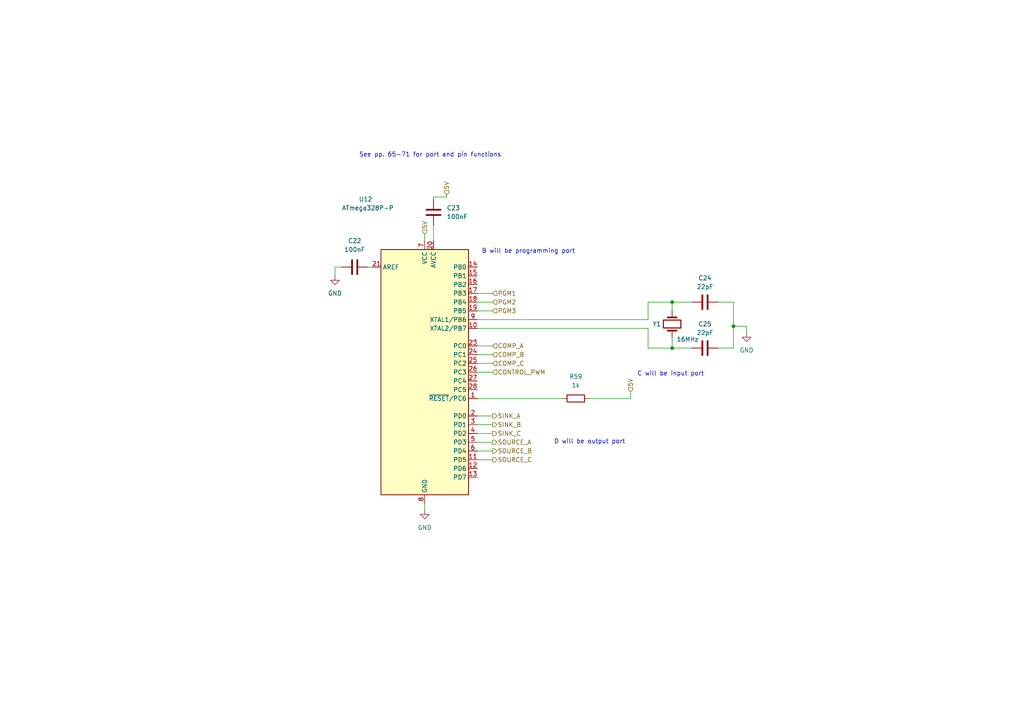
<source format=kicad_sch>
(kicad_sch (version 20230121) (generator eeschema)
  (paper "A4")
  (lib_symbols
    (symbol "Device:C" (pin_numbers hide) (pin_names (offset 0.254))
      (property "Reference" "C" (at 0.635 2.54 0))
      (property "Value" "C" (at 0.635 -2.54 0))
      (symbol "C_0_1"
        (polyline (pts (xy -2.032 -0.762) (xy 2.032 -0.762)) (stroke (width 0.508)))
        (polyline (pts (xy -2.032 0.762) (xy 2.032 0.762)) (stroke (width 0.508)))
      )
      (symbol "C_1_1"
        (pin passive line (at 0 3.81 270) (length 2.794) (name "~") (number "1"))
        (pin passive line (at 0 -3.81 90) (length 2.794) (name "~") (number "2"))
      )
    )
    (symbol "Device:Crystal" (pin_numbers hide) (pin_names (offset 1.016) hide)
      (property "Reference" "Y" (at 0 3.81 0))
      (property "Value" "Crystal" (at 0 -3.81 0))
      (symbol "Crystal_0_1"
        (rectangle (start -1.143 2.54) (end 1.143 -2.54) (stroke (width 0.3048)))
        (polyline (pts (xy -2.54 0) (xy -1.905 0)))
        (polyline (pts (xy -1.905 -1.27) (xy -1.905 1.27)) (stroke (width 0.508)))
        (polyline (pts (xy 1.905 -1.27) (xy 1.905 1.27)) (stroke (width 0.508)))
        (polyline (pts (xy 2.54 0) (xy 1.905 0)))
      )
      (symbol "Crystal_1_1"
        (pin passive line (at -3.81 0 0) (length 1.27) (name "1") (number "1"))
        (pin passive line (at 3.81 0 180) (length 1.27) (name "2") (number "2"))
      )
    )
    (symbol "Device:R" (pin_numbers hide) (pin_names (offset 0))
      (property "Reference" "R" (at 2.032 0 90))
      (property "Value" "R" (at 0 0 90))
      (symbol "R_0_1"
        (rectangle (start -1.016 -2.54) (end 1.016 2.54) (stroke (width 0.254)))
      )
      (symbol "R_1_1"
        (pin passive line (at 0 3.81 270) (length 1.27) (name "~") (number "1"))
        (pin passive line (at 0 -3.81 90) (length 1.27) (name "~") (number "2"))
      )
    )
    (symbol "MCU_Microchip_ATmega:ATmega328P-P"
      (property "Reference" "U" (at -12.7 36.83 0))
      (property "Value" "ATmega328P-P" (at 2.54 -36.83 0))
      (symbol "ATmega328P-P_0_1"
        (rectangle (start -12.7 -35.56) (end 12.7 35.56) (stroke (width 0.254)) (fill (type background)))
      )
      (symbol "ATmega328P-P_1_1"
        (pin bidirectional line (at 15.24 -7.62 180) (length 2.54) (name "~{RESET}/PC6") (number "1"))
        (pin bidirectional line (at 15.24 12.7 180) (length 2.54) (name "XTAL2/PB7") (number "10"))
        (pin bidirectional line (at 15.24 -25.4 180) (length 2.54) (name "PD5") (number "11"))
        (pin bidirectional line (at 15.24 -27.94 180) (length 2.54) (name "PD6") (number "12"))
        (pin bidirectional line (at 15.24 -30.48 180) (length 2.54) (name "PD7") (number "13"))
        (pin bidirectional line (at 15.24 30.48 180) (length 2.54) (name "PB0") (number "14"))
        (pin bidirectional line (at 15.24 27.94 180) (length 2.54) (name "PB1") (number "15"))
        (pin bidirectional line (at 15.24 25.4 180) (length 2.54) (name "PB2") (number "16"))
        (pin bidirectional line (at 15.24 22.86 180) (length 2.54) (name "PB3") (number "17"))
        (pin bidirectional line (at 15.24 20.32 180) (length 2.54) (name "PB4") (number "18"))
        (pin bidirectional line (at 15.24 17.78 180) (length 2.54) (name "PB5") (number "19"))
        (pin bidirectional line (at 15.24 -12.7 180) (length 2.54) (name "PD0") (number "2"))
        (pin power_in line (at 2.54 38.1 270) (length 2.54) (name "AVCC") (number "20"))
        (pin passive line (at -15.24 30.48 0) (length 2.54) (name "AREF") (number "21"))
        (pin passive line (at 0 -38.1 90) (length 2.54) hide (name "GND") (number "22"))
        (pin bidirectional line (at 15.24 7.62 180) (length 2.54) (name "PC0") (number "23"))
        (pin bidirectional line (at 15.24 5.08 180) (length 2.54) (name "PC1") (number "24"))
        (pin bidirectional line (at 15.24 2.54 180) (length 2.54) (name "PC2") (number "25"))
        (pin bidirectional line (at 15.24 0 180) (length 2.54) (name "PC3") (number "26"))
        (pin bidirectional line (at 15.24 -2.54 180) (length 2.54) (name "PC4") (number "27"))
        (pin bidirectional line (at 15.24 -5.08 180) (length 2.54) (name "PC5") (number "28"))
        (pin bidirectional line (at 15.24 -15.24 180) (length 2.54) (name "PD1") (number "3"))
        (pin bidirectional line (at 15.24 -17.78 180) (length 2.54) (name "PD2") (number "4"))
        (pin bidirectional line (at 15.24 -20.32 180) (length 2.54) (name "PD3") (number "5"))
        (pin bidirectional line (at 15.24 -22.86 180) (length 2.54) (name "PD4") (number "6"))
        (pin power_in line (at 0 38.1 270) (length 2.54) (name "VCC") (number "7"))
        (pin power_in line (at 0 -38.1 90) (length 2.54) (name "GND") (number "8"))
        (pin bidirectional line (at 15.24 15.24 180) (length 2.54) (name "XTAL1/PB6") (number "9"))
      )
    )
    (symbol "power:GND" (power) (pin_names (offset 0))
      (property "Value" "GND" (at 0 -3.81 0))
      (symbol "GND_0_1"
        (polyline (pts (xy 0 0) (xy 0 -1.27) (xy 1.27 -1.27) (xy 0 -2.54) (xy -1.27 -1.27) (xy 0 -1.27)))
      )
      (symbol "GND_1_1"
        (pin power_in line (at 0 0 270) (length 0) hide (name "GND") (number "1"))
      )
    )
  )
  (junction (at 212.725 94.615))
  (junction (at 194.945 87.63))
  (junction (at 194.945 100.965))
  (wire (pts (xy 129.54 57.15) (xy 129.54 56.515)))
  (wire (pts (xy 138.43 125.73) (xy 142.875 125.73)))
  (wire (pts (xy 138.43 105.41) (xy 142.875 105.41)))
  (wire (pts (xy 123.19 146.05) (xy 123.19 147.955)))
  (wire (pts (xy 212.725 94.615) (xy 212.725 100.965)))
  (wire (pts (xy 138.43 90.17) (xy 142.875 90.17)))
  (wire (pts (xy 138.43 133.35) (xy 142.875 133.35)))
  (wire (pts (xy 138.43 95.25) (xy 187.96 95.25)))
  (wire (pts (xy 170.815 115.57) (xy 182.88 115.57)))
  (wire (pts (xy 138.43 92.71) (xy 187.96 92.71)))
  (wire (pts (xy 194.945 87.63) (xy 200.66 87.63)))
  (wire (pts (xy 97.155 77.47) (xy 97.155 80.01)))
  (wire (pts (xy 212.725 100.965) (xy 208.28 100.965)))
  (wire (pts (xy 138.43 128.27) (xy 142.875 128.27)))
  (wire (pts (xy 138.43 87.63) (xy 142.875 87.63)))
  (wire (pts (xy 125.73 65.405) (xy 125.73 69.85)))
  (wire (pts (xy 194.945 100.965) (xy 200.66 100.965)))
  (wire (pts (xy 138.43 123.19) (xy 142.875 123.19)))
  (wire (pts (xy 212.725 94.615) (xy 216.535 94.615)))
  (wire (pts (xy 106.68 77.47) (xy 107.95 77.47)))
  (wire (pts (xy 187.96 87.63) (xy 194.945 87.63)))
  (wire (pts (xy 187.96 95.25) (xy 187.96 100.965)))
  (wire (pts (xy 212.725 87.63) (xy 212.725 94.615)))
  (wire (pts (xy 138.43 115.57) (xy 163.195 115.57)))
  (wire (pts (xy 138.43 130.81) (xy 142.875 130.81)))
  (wire (pts (xy 182.88 115.57) (xy 182.88 113.665)))
  (wire (pts (xy 138.43 102.87) (xy 142.875 102.87)))
  (wire (pts (xy 138.43 100.33) (xy 142.875 100.33)))
  (wire (pts (xy 125.73 57.15) (xy 129.54 57.15)))
  (wire (pts (xy 208.28 87.63) (xy 212.725 87.63)))
  (wire (pts (xy 138.43 85.09) (xy 142.875 85.09)))
  (wire (pts (xy 138.43 120.65) (xy 142.875 120.65)))
  (wire (pts (xy 187.96 92.71) (xy 187.96 87.63)))
  (wire (pts (xy 138.43 107.95) (xy 142.875 107.95)))
  (wire (pts (xy 194.945 87.63) (xy 194.945 90.17)))
  (wire (pts (xy 194.945 97.79) (xy 194.945 100.965)))
  (wire (pts (xy 216.535 94.615) (xy 216.535 96.52)))
  (wire (pts (xy 123.19 67.945) (xy 123.19 69.85)))
  (wire (pts (xy 125.73 57.15) (xy 125.73 57.785)))
  (wire (pts (xy 99.06 77.47) (xy 97.155 77.47)))
  (wire (pts (xy 187.96 100.965) (xy 194.945 100.965)))
  (text "D will be output port" (at 160.655 128.905 0) (effects (font (size 1.27 1.27)) (justify left bottom)))
  (text "See pp. 65-71 for port and pin functions\n" (at 104.14 45.72 0) (effects (font (size 1.27 1.27)) (justify left bottom)))
  (text "B will be programming port" (at 139.7 73.66 0) (effects (font (size 1.27 1.27)) (justify left bottom)))
  (text "C will be input port" (at 184.785 109.22 0) (effects (font (size 1.27 1.27)) (justify left bottom)))
  (hierarchical_label "PGM1" (shape input) (at 142.875 85.09 0))
  (hierarchical_label "5V" (shape input) (at 129.54 56.515 90))
  (hierarchical_label "SINK_A" (shape output) (at 142.875 120.65 0))
  (hierarchical_label "SINK_C" (shape output) (at 142.875 125.73 0))
  (hierarchical_label "SINK_B" (shape output) (at 142.875 123.19 0))
  (hierarchical_label "CONTROL_PWM" (shape input) (at 142.875 107.95 0))
  (hierarchical_label "SOURCE_A" (shape output) (at 142.875 128.27 0))
  (hierarchical_label "SOURCE_C" (shape output) (at 142.875 133.35 0))
  (hierarchical_label "SOURCE_B" (shape output) (at 142.875 130.81 0))
  (hierarchical_label "COMP_B" (shape input) (at 142.875 102.87 0))
  (hierarchical_label "PGM2" (shape input) (at 142.875 87.63 0))
  (hierarchical_label "5V" (shape input) (at 123.19 67.945 90))
  (hierarchical_label "5V" (shape input) (at 182.88 113.665 90))
  (hierarchical_label "PGM3" (shape input) (at 142.875 90.17 0))
  (hierarchical_label "COMP_A" (shape input) (at 142.875 100.33 0))
  (hierarchical_label "COMP_C" (shape input) (at 142.875 105.41 0))
  (symbol (lib_id "Device:C") (at 204.47 87.63 90) (unit 1)
    (property "Reference" "C24" (at 204.47 80.645 90))
    (property "Value" "22pF" (at 204.47 83.185 90))
    (property "Footprint" "Capacitor_SMD:C_1206_3216Metric" (effects hide))
  )
  (symbol (lib_id "MCU_Microchip_ATmega:ATmega328P-P") (at 123.19 107.95 0) (unit 1)
    (property "Reference" "U12" (at 106.045 57.785 0))
    (property "Value" "ATmega328P-P" (at 106.68 60.325 0))
    (property "Footprint" "Package_DIP:DIP-28_W7.62mm" (effects hide))
    (property "Datasheet" "http://ww1.microchip.com/downloads/en/DeviceDoc/ATmega328_P%20AVR%20MCU%20with%20picoPower%20Technology%20Data%20Sheet%2040001984A.pdf" (effects hide))
  )
  (symbol (lib_id "Device:C") (at 125.73 61.595 180) (unit 1)
    (property "Reference" "C23" (at 129.54 60.325 0) (effects (justify right)))
    (property "Value" "100nF" (at 129.54 62.865 0) (effects (justify right)))
    (property "Footprint" "Capacitor_SMD:C_1206_3216Metric" (effects hide))
  )
  (symbol (lib_id "power:GND") (at 123.19 147.955 0) (unit 1)
    (property "Reference" "#PWR039" (effects hide))
    (property "Value" "GND" (at 123.19 153.035 0))
  )
  (symbol (lib_id "Device:C") (at 204.47 100.965 90) (unit 1)
    (property "Reference" "C25" (at 204.47 93.98 90))
    (property "Value" "22pF" (at 204.47 96.52 90))
    (property "Footprint" "Capacitor_SMD:C_1206_3216Metric" (effects hide))
  )
  (symbol (lib_id "Device:Crystal") (at 194.945 93.98 90) (unit 1)
    (property "Reference" "Y1" (at 189.23 93.98 90) (effects (justify right)))
    (property "Value" "16MHz" (at 196.215 98.425 90) (effects (justify right)))
    (property "Footprint" "Peripheral_Footprints_Rev1:XTAL_ABLS-4.9152MHZ-K4T" (effects hide))
    (property "Datasheet" "https://www.mouser.com/datasheet/2/3/abls-1664338.pdf" (effects hide))
  )
  (symbol (lib_id "power:GND") (at 97.155 80.01 0) (unit 1)
    (property "Reference" "#PWR038" (effects hide))
    (property "Value" "GND" (at 97.155 85.09 0))
  )
  (symbol (lib_id "Device:C") (at 102.87 77.47 90) (unit 1)
    (property "Reference" "C22" (at 102.87 69.85 90))
    (property "Value" "100nF" (at 102.87 72.39 90))
    (property "Footprint" "Capacitor_SMD:C_1206_3216Metric" (effects hide))
  )
  (symbol (lib_id "power:GND") (at 216.535 96.52 0) (unit 1)
    (property "Reference" "#PWR040" (effects hide))
    (property "Value" "GND" (at 216.535 101.6 0))
  )
  (symbol (lib_id "Device:R") (at 167.005 115.57 90) (unit 1)
    (property "Reference" "R59" (at 167.005 109.22 90))
    (property "Value" "1k" (at 167.005 111.76 90))
    (property "Footprint" "Resistor_SMD:R_1206_3216Metric" (effects hide))
  )
)
</source>
